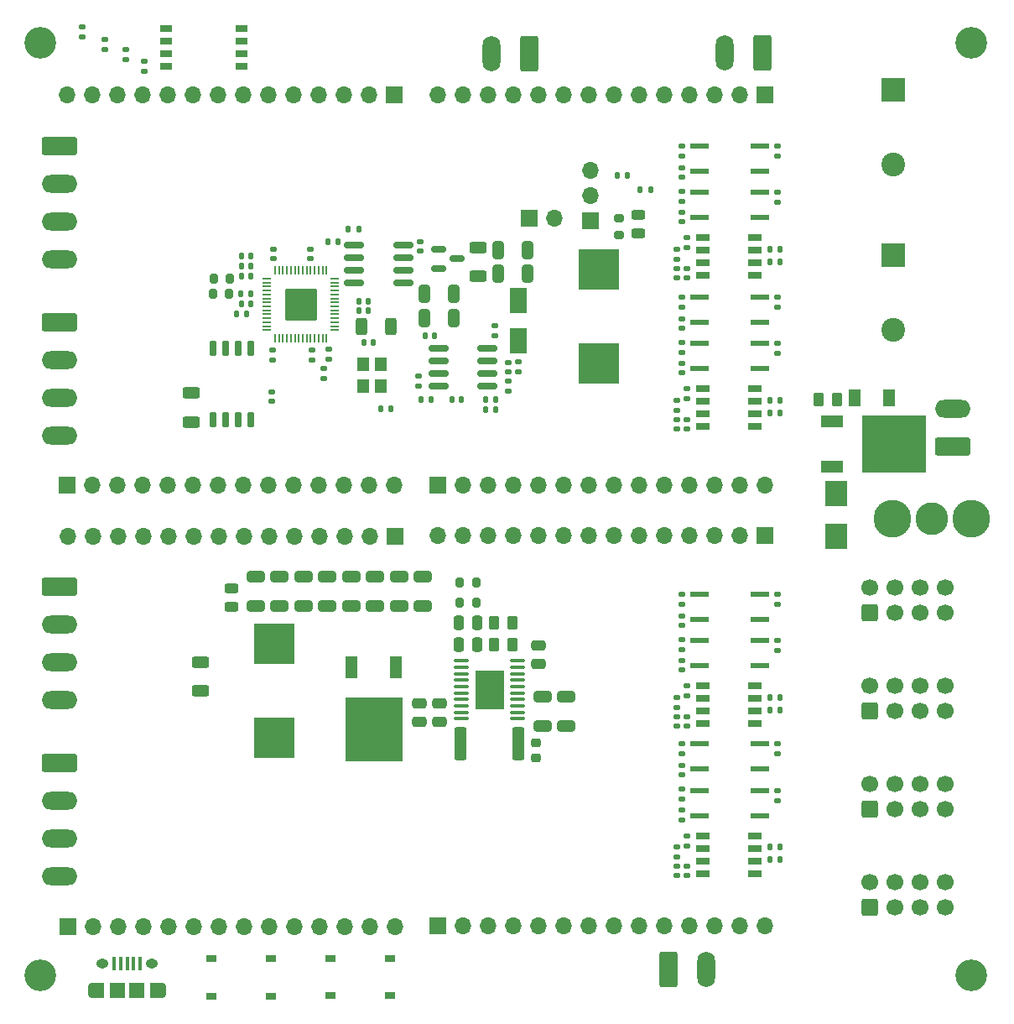
<source format=gbr>
%TF.GenerationSoftware,KiCad,Pcbnew,(6.0.4-0)*%
%TF.CreationDate,2022-09-03T22:07:04-04:00*%
%TF.ProjectId,QuarkCncQuadDriver,51756172-6b43-46e6-9351-756164447269,rev?*%
%TF.SameCoordinates,Original*%
%TF.FileFunction,Soldermask,Top*%
%TF.FilePolarity,Negative*%
%FSLAX46Y46*%
G04 Gerber Fmt 4.6, Leading zero omitted, Abs format (unit mm)*
G04 Created by KiCad (PCBNEW (6.0.4-0)) date 2022-09-03 22:07:04*
%MOMM*%
%LPD*%
G01*
G04 APERTURE LIST*
G04 Aperture macros list*
%AMRoundRect*
0 Rectangle with rounded corners*
0 $1 Rounding radius*
0 $2 $3 $4 $5 $6 $7 $8 $9 X,Y pos of 4 corners*
0 Add a 4 corners polygon primitive as box body*
4,1,4,$2,$3,$4,$5,$6,$7,$8,$9,$2,$3,0*
0 Add four circle primitives for the rounded corners*
1,1,$1+$1,$2,$3*
1,1,$1+$1,$4,$5*
1,1,$1+$1,$6,$7*
1,1,$1+$1,$8,$9*
0 Add four rect primitives between the rounded corners*
20,1,$1+$1,$2,$3,$4,$5,0*
20,1,$1+$1,$4,$5,$6,$7,0*
20,1,$1+$1,$6,$7,$8,$9,0*
20,1,$1+$1,$8,$9,$2,$3,0*%
G04 Aperture macros list end*
%ADD10R,1.000000X0.750000*%
%ADD11RoundRect,0.250000X0.262500X0.450000X-0.262500X0.450000X-0.262500X-0.450000X0.262500X-0.450000X0*%
%ADD12RoundRect,0.250000X0.650000X-0.325000X0.650000X0.325000X-0.650000X0.325000X-0.650000X-0.325000X0*%
%ADD13RoundRect,0.135000X0.135000X0.185000X-0.135000X0.185000X-0.135000X-0.185000X0.135000X-0.185000X0*%
%ADD14R,1.200000X1.400000*%
%ADD15RoundRect,0.135000X-0.185000X0.135000X-0.185000X-0.135000X0.185000X-0.135000X0.185000X0.135000X0*%
%ADD16RoundRect,0.140000X0.140000X0.170000X-0.140000X0.170000X-0.140000X-0.170000X0.140000X-0.170000X0*%
%ADD17RoundRect,0.243750X-0.456250X0.243750X-0.456250X-0.243750X0.456250X-0.243750X0.456250X0.243750X0*%
%ADD18RoundRect,0.200000X-0.200000X-0.275000X0.200000X-0.275000X0.200000X0.275000X-0.200000X0.275000X0*%
%ADD19RoundRect,0.140000X0.170000X-0.140000X0.170000X0.140000X-0.170000X0.140000X-0.170000X-0.140000X0*%
%ADD20RoundRect,0.135000X0.185000X-0.135000X0.185000X0.135000X-0.185000X0.135000X-0.185000X-0.135000X0*%
%ADD21RoundRect,0.250000X-0.262500X-0.450000X0.262500X-0.450000X0.262500X0.450000X-0.262500X0.450000X0*%
%ADD22RoundRect,0.135000X-0.135000X-0.185000X0.135000X-0.185000X0.135000X0.185000X-0.135000X0.185000X0*%
%ADD23RoundRect,0.250000X-0.312500X-0.625000X0.312500X-0.625000X0.312500X0.625000X-0.312500X0.625000X0*%
%ADD24RoundRect,0.250000X-0.325000X-0.650000X0.325000X-0.650000X0.325000X0.650000X-0.325000X0.650000X0*%
%ADD25R,1.700000X1.700000*%
%ADD26O,1.700000X1.700000*%
%ADD27R,1.800000X2.500000*%
%ADD28RoundRect,0.250000X-1.550000X0.650000X-1.550000X-0.650000X1.550000X-0.650000X1.550000X0.650000X0*%
%ADD29O,3.600000X1.800000*%
%ADD30RoundRect,0.250000X-0.650000X0.325000X-0.650000X-0.325000X0.650000X-0.325000X0.650000X0.325000X0*%
%ADD31RoundRect,0.140000X-0.170000X0.140000X-0.170000X-0.140000X0.170000X-0.140000X0.170000X0.140000X0*%
%ADD32RoundRect,0.250000X0.475000X-0.250000X0.475000X0.250000X-0.475000X0.250000X-0.475000X-0.250000X0*%
%ADD33RoundRect,0.140000X-0.140000X-0.170000X0.140000X-0.170000X0.140000X0.170000X-0.140000X0.170000X0*%
%ADD34RoundRect,0.250000X-0.650000X-1.550000X0.650000X-1.550000X0.650000X1.550000X-0.650000X1.550000X0*%
%ADD35O,1.800000X3.600000*%
%ADD36RoundRect,0.041300X0.923700X0.253700X-0.923700X0.253700X-0.923700X-0.253700X0.923700X-0.253700X0*%
%ADD37RoundRect,0.250000X0.650000X1.550000X-0.650000X1.550000X-0.650000X-1.550000X0.650000X-1.550000X0*%
%ADD38RoundRect,0.250000X0.625000X-0.312500X0.625000X0.312500X-0.625000X0.312500X-0.625000X-0.312500X0*%
%ADD39R,1.450000X0.800000*%
%ADD40RoundRect,0.150000X-0.825000X-0.150000X0.825000X-0.150000X0.825000X0.150000X-0.825000X0.150000X0*%
%ADD41RoundRect,0.050000X0.050000X-0.387500X0.050000X0.387500X-0.050000X0.387500X-0.050000X-0.387500X0*%
%ADD42RoundRect,0.050000X0.387500X-0.050000X0.387500X0.050000X-0.387500X0.050000X-0.387500X-0.050000X0*%
%ADD43RoundRect,0.144000X1.456000X-1.456000X1.456000X1.456000X-1.456000X1.456000X-1.456000X-1.456000X0*%
%ADD44C,3.200000*%
%ADD45RoundRect,0.100000X0.637500X0.100000X-0.637500X0.100000X-0.637500X-0.100000X0.637500X-0.100000X0*%
%ADD46R,2.850000X4.000000*%
%ADD47R,2.200000X1.200000*%
%ADD48R,6.400000X5.800000*%
%ADD49R,1.270000X0.762000*%
%ADD50R,5.800000X6.400000*%
%ADD51R,1.200000X2.200000*%
%ADD52C,3.300000*%
%ADD53C,3.800000*%
%ADD54RoundRect,0.250000X-0.625000X0.312500X-0.625000X-0.312500X0.625000X-0.312500X0.625000X0.312500X0*%
%ADD55RoundRect,0.225000X-0.250000X0.225000X-0.250000X-0.225000X0.250000X-0.225000X0.250000X0.225000X0*%
%ADD56R,4.100000X4.100000*%
%ADD57RoundRect,0.250000X0.600000X-0.600000X0.600000X0.600000X-0.600000X0.600000X-0.600000X-0.600000X0*%
%ADD58C,1.700000*%
%ADD59RoundRect,0.200000X-0.275000X0.200000X-0.275000X-0.200000X0.275000X-0.200000X0.275000X0.200000X0*%
%ADD60R,2.300000X2.500000*%
%ADD61R,0.400000X1.350000*%
%ADD62R,1.500000X1.550000*%
%ADD63O,1.250000X0.950000*%
%ADD64O,0.890000X1.550000*%
%ADD65R,1.200000X1.550000*%
%ADD66RoundRect,0.150000X-0.587500X-0.150000X0.587500X-0.150000X0.587500X0.150000X-0.587500X0.150000X0*%
%ADD67RoundRect,0.150000X0.150000X-0.650000X0.150000X0.650000X-0.150000X0.650000X-0.150000X-0.650000X0*%
%ADD68RoundRect,0.250000X1.550000X-0.650000X1.550000X0.650000X-1.550000X0.650000X-1.550000X-0.650000X0*%
%ADD69RoundRect,0.250000X-0.250000X-0.475000X0.250000X-0.475000X0.250000X0.475000X-0.250000X0.475000X0*%
%ADD70R,2.400000X2.400000*%
%ADD71C,2.400000*%
%ADD72R,1.300000X1.700000*%
%ADD73RoundRect,0.250000X-0.362500X-1.425000X0.362500X-1.425000X0.362500X1.425000X-0.362500X1.425000X0*%
%ADD74RoundRect,0.250000X-0.475000X0.250000X-0.475000X-0.250000X0.475000X-0.250000X0.475000X0.250000X0*%
G04 APERTURE END LIST*
D10*
%TO.C,SW2*%
X75669400Y-130170400D03*
X69669400Y-130170400D03*
X69669400Y-126420400D03*
X75669400Y-126420400D03*
%TD*%
%TO.C,SW1*%
X63655200Y-130195800D03*
X57655200Y-130195800D03*
X57655200Y-126445800D03*
X63655200Y-126445800D03*
%TD*%
D11*
%TO.C,R61*%
X120800500Y-70027800D03*
X118975500Y-70027800D03*
%TD*%
D12*
%TO.C,C50*%
X76581000Y-90883000D03*
X76581000Y-87933000D03*
%TD*%
D13*
%TO.C,R42*%
X72519000Y-52832000D03*
X71499000Y-52832000D03*
%TD*%
D14*
%TO.C,Y1*%
X73018200Y-66510800D03*
X73018200Y-68710800D03*
X74718200Y-68710800D03*
X74718200Y-66510800D03*
%TD*%
D12*
%TO.C,C56*%
X78994000Y-90883000D03*
X78994000Y-87933000D03*
%TD*%
D15*
%TO.C,R36*%
X114816000Y-44448000D03*
X114816000Y-45468000D03*
%TD*%
D16*
%TO.C,C23*%
X61671200Y-57559300D03*
X60711200Y-57559300D03*
%TD*%
D11*
%TO.C,R51*%
X88034500Y-94742000D03*
X86209500Y-94742000D03*
%TD*%
D17*
%TO.C,D1*%
X100711000Y-51386500D03*
X100711000Y-53261500D03*
%TD*%
D18*
%TO.C,R56*%
X82741000Y-90551000D03*
X84391000Y-90551000D03*
%TD*%
D19*
%TO.C,C38*%
X87614000Y-67250000D03*
X87614000Y-66290000D03*
%TD*%
D20*
%TO.C,R27*%
X105156000Y-110365000D03*
X105156000Y-109345000D03*
%TD*%
D18*
%TO.C,R44*%
X57889200Y-57813300D03*
X59539200Y-57813300D03*
%TD*%
D20*
%TO.C,R1*%
X50900000Y-36933600D03*
X50900000Y-35913600D03*
%TD*%
D19*
%TO.C,C17*%
X104648000Y-57757000D03*
X104648000Y-56797000D03*
%TD*%
D16*
%TO.C,C30*%
X61615200Y-59337300D03*
X60655200Y-59337300D03*
%TD*%
D13*
%TO.C,R25*%
X115064000Y-116459000D03*
X114044000Y-116459000D03*
%TD*%
D21*
%TO.C,R53*%
X86209500Y-92583000D03*
X88034500Y-92583000D03*
%TD*%
D19*
%TO.C,C4*%
X105664000Y-72997000D03*
X105664000Y-72037000D03*
%TD*%
D22*
%TO.C,R49*%
X85326000Y-71088000D03*
X86346000Y-71088000D03*
%TD*%
D19*
%TO.C,C12*%
X105664000Y-118082000D03*
X105664000Y-117122000D03*
%TD*%
D23*
%TO.C,R41*%
X72832500Y-62661800D03*
X75757500Y-62661800D03*
%TD*%
D16*
%TO.C,C25*%
X61643200Y-60353300D03*
X60683200Y-60353300D03*
%TD*%
D24*
%TO.C,C41*%
X86647000Y-54991000D03*
X89597000Y-54991000D03*
%TD*%
D15*
%TO.C,R8*%
X105164000Y-59688000D03*
X105164000Y-60708000D03*
%TD*%
D25*
%TO.C,U29*%
X43180000Y-123190000D03*
D26*
X45720000Y-123190000D03*
X48260000Y-123190000D03*
X50800000Y-123190000D03*
X53340000Y-123190000D03*
X55880000Y-123190000D03*
X58420000Y-123190000D03*
X60960000Y-123190000D03*
X63500000Y-123190000D03*
X66040000Y-123190000D03*
X68580000Y-123190000D03*
X71120000Y-123190000D03*
X73660000Y-123190000D03*
X76200000Y-123190000D03*
%TD*%
D27*
%TO.C,D2*%
X88630000Y-64071000D03*
X88630000Y-60071000D03*
%TD*%
D19*
%TO.C,C15*%
X105156000Y-52104000D03*
X105156000Y-51144000D03*
%TD*%
D13*
%TO.C,R10*%
X115064000Y-70104000D03*
X114044000Y-70104000D03*
%TD*%
D15*
%TO.C,R32*%
X105164000Y-44448000D03*
X105164000Y-45468000D03*
%TD*%
%TO.C,R28*%
X114816000Y-104773000D03*
X114816000Y-105793000D03*
%TD*%
D28*
%TO.C,J11*%
X42302500Y-62285000D03*
D29*
X42302500Y-66095000D03*
X42302500Y-69905000D03*
X42302500Y-73715000D03*
%TD*%
D15*
%TO.C,R14*%
X105664000Y-68959000D03*
X105664000Y-69979000D03*
%TD*%
D13*
%TO.C,R26*%
X115064000Y-115189000D03*
X114044000Y-115189000D03*
%TD*%
D30*
%TO.C,C42*%
X91059000Y-99998000D03*
X91059000Y-102948000D03*
%TD*%
D20*
%TO.C,R3*%
X46946000Y-34749200D03*
X46946000Y-33729200D03*
%TD*%
D31*
%TO.C,C27*%
X67791300Y-65072100D03*
X67791300Y-66032100D03*
%TD*%
%TO.C,C26*%
X63858200Y-65080300D03*
X63858200Y-66040300D03*
%TD*%
D24*
%TO.C,C34*%
X79154000Y-59404000D03*
X82104000Y-59404000D03*
%TD*%
D31*
%TO.C,R40*%
X63756200Y-69237281D03*
X63756200Y-70197281D03*
%TD*%
D32*
%TO.C,C44*%
X90678000Y-96708000D03*
X90678000Y-94808000D03*
%TD*%
D19*
%TO.C,C9*%
X104648000Y-102969000D03*
X104648000Y-102009000D03*
%TD*%
D33*
%TO.C,C20*%
X73053000Y-64262000D03*
X74013000Y-64262000D03*
%TD*%
D12*
%TO.C,C57*%
X62103000Y-90883000D03*
X62103000Y-87933000D03*
%TD*%
D24*
%TO.C,C40*%
X86647000Y-57372000D03*
X89597000Y-57372000D03*
%TD*%
D34*
%TO.C,J10*%
X103759000Y-127508000D03*
D35*
X107569000Y-127508000D03*
%TD*%
D31*
%TO.C,C14*%
X105164000Y-106962000D03*
X105164000Y-107922000D03*
%TD*%
D36*
%TO.C,U5*%
X113030000Y-62230000D03*
X113030000Y-59690000D03*
X106950000Y-59690000D03*
X106950000Y-62230000D03*
%TD*%
D37*
%TO.C,J4*%
X89708600Y-35139700D03*
D35*
X85898600Y-35139700D03*
%TD*%
D36*
%TO.C,U13*%
X113022000Y-112014000D03*
X113022000Y-109474000D03*
X106942000Y-109474000D03*
X106942000Y-112014000D03*
%TD*%
D19*
%TO.C,C16*%
X105664000Y-57757000D03*
X105664000Y-56797000D03*
%TD*%
%TO.C,C5*%
X104648000Y-72997000D03*
X104648000Y-72037000D03*
%TD*%
D38*
%TO.C,R59*%
X84582000Y-57596500D03*
X84582000Y-54671500D03*
%TD*%
D39*
%TO.C,U15*%
X112480000Y-117856000D03*
X112480000Y-116586000D03*
X112480000Y-115316000D03*
X112480000Y-114046000D03*
X107230000Y-114046000D03*
X107230000Y-115316000D03*
X107230000Y-116586000D03*
X107230000Y-117856000D03*
%TD*%
D13*
%TO.C,R33*%
X115064000Y-56134000D03*
X114044000Y-56134000D03*
%TD*%
D31*
%TO.C,C37*%
X87614000Y-68195000D03*
X87614000Y-69155000D03*
%TD*%
D20*
%TO.C,R35*%
X105156000Y-50040000D03*
X105156000Y-49020000D03*
%TD*%
D40*
%TO.C,U24*%
X80567000Y-64865000D03*
X80567000Y-66135000D03*
X80567000Y-67405000D03*
X80567000Y-68675000D03*
X85517000Y-68675000D03*
X85517000Y-67405000D03*
X85517000Y-66135000D03*
X85517000Y-64865000D03*
%TD*%
D19*
%TO.C,C39*%
X86233000Y-63571000D03*
X86233000Y-62611000D03*
%TD*%
%TO.C,C13*%
X104648000Y-118082000D03*
X104648000Y-117122000D03*
%TD*%
D25*
%TO.C,U9*%
X76095000Y-39345000D03*
D26*
X73555000Y-39345000D03*
X71015000Y-39345000D03*
X68475000Y-39345000D03*
X65935000Y-39345000D03*
X63395000Y-39345000D03*
X60855000Y-39345000D03*
X58315000Y-39345000D03*
X55775000Y-39345000D03*
X53235000Y-39345000D03*
X50695000Y-39345000D03*
X48155000Y-39345000D03*
X45615000Y-39345000D03*
X43075000Y-39345000D03*
%TD*%
D36*
%TO.C,U11*%
X113030000Y-92202000D03*
X113030000Y-89662000D03*
X106950000Y-89662000D03*
X106950000Y-92202000D03*
%TD*%
%TO.C,U10*%
X113022000Y-96901000D03*
X113022000Y-94361000D03*
X106942000Y-94361000D03*
X106942000Y-96901000D03*
%TD*%
D13*
%TO.C,R18*%
X115064000Y-100076000D03*
X114044000Y-100076000D03*
%TD*%
D16*
%TO.C,C28*%
X61671200Y-55527300D03*
X60711200Y-55527300D03*
%TD*%
D12*
%TO.C,C55*%
X71755000Y-90883000D03*
X71755000Y-87933000D03*
%TD*%
D41*
%TO.C,U23*%
X64082200Y-63874800D03*
X64482200Y-63874800D03*
X64882200Y-63874800D03*
X65282200Y-63874800D03*
X65682200Y-63874800D03*
X66082200Y-63874800D03*
X66482200Y-63874800D03*
X66882200Y-63874800D03*
X67282200Y-63874800D03*
X67682200Y-63874800D03*
X68082200Y-63874800D03*
X68482200Y-63874800D03*
X68882200Y-63874800D03*
X69282200Y-63874800D03*
D42*
X70119700Y-63037300D03*
X70119700Y-62637300D03*
X70119700Y-62237300D03*
X70119700Y-61837300D03*
X70119700Y-61437300D03*
X70119700Y-61037300D03*
X70119700Y-60637300D03*
X70119700Y-60237300D03*
X70119700Y-59837300D03*
X70119700Y-59437300D03*
X70119700Y-59037300D03*
X70119700Y-58637300D03*
X70119700Y-58237300D03*
X70119700Y-57837300D03*
D41*
X69282200Y-56999800D03*
X68882200Y-56999800D03*
X68482200Y-56999800D03*
X68082200Y-56999800D03*
X67682200Y-56999800D03*
X67282200Y-56999800D03*
X66882200Y-56999800D03*
X66482200Y-56999800D03*
X66082200Y-56999800D03*
X65682200Y-56999800D03*
X65282200Y-56999800D03*
X64882200Y-56999800D03*
X64482200Y-56999800D03*
X64082200Y-56999800D03*
D42*
X63244700Y-57837300D03*
X63244700Y-58237300D03*
X63244700Y-58637300D03*
X63244700Y-59037300D03*
X63244700Y-59437300D03*
X63244700Y-59837300D03*
X63244700Y-60237300D03*
X63244700Y-60637300D03*
X63244700Y-61037300D03*
X63244700Y-61437300D03*
X63244700Y-61837300D03*
X63244700Y-62237300D03*
X63244700Y-62637300D03*
X63244700Y-63037300D03*
D43*
X66682200Y-60437300D03*
%TD*%
D12*
%TO.C,C51*%
X74168000Y-90883000D03*
X74168000Y-87933000D03*
%TD*%
D44*
%TO.C,H3*%
X134360000Y-128090000D03*
%TD*%
D45*
%TO.C,U25*%
X88587500Y-102239000D03*
X88587500Y-101589000D03*
X88587500Y-100939000D03*
X88587500Y-100289000D03*
X88587500Y-99639000D03*
X88587500Y-98989000D03*
X88587500Y-98339000D03*
X88587500Y-97689000D03*
X88587500Y-97039000D03*
X88587500Y-96389000D03*
X82862500Y-96389000D03*
X82862500Y-97039000D03*
X82862500Y-97689000D03*
X82862500Y-98339000D03*
X82862500Y-98989000D03*
X82862500Y-99639000D03*
X82862500Y-100289000D03*
X82862500Y-100939000D03*
X82862500Y-101589000D03*
X82862500Y-102239000D03*
D46*
X85725000Y-99314000D03*
%TD*%
D36*
%TO.C,U16*%
X113022000Y-51689000D03*
X113022000Y-49149000D03*
X106942000Y-49149000D03*
X106942000Y-51689000D03*
%TD*%
D31*
%TO.C,C10*%
X105164000Y-91849000D03*
X105164000Y-92809000D03*
%TD*%
D24*
%TO.C,C33*%
X79154000Y-61817000D03*
X82104000Y-61817000D03*
%TD*%
D15*
%TO.C,R30*%
X105664000Y-114044000D03*
X105664000Y-115064000D03*
%TD*%
D16*
%TO.C,C19*%
X75738200Y-70993000D03*
X74778200Y-70993000D03*
%TD*%
D22*
%TO.C,R57*%
X69390800Y-54102000D03*
X70410800Y-54102000D03*
%TD*%
D33*
%TO.C,C24*%
X72545000Y-60096400D03*
X73505000Y-60096400D03*
%TD*%
D38*
%TO.C,R39*%
X55651400Y-72303100D03*
X55651400Y-69378100D03*
%TD*%
D40*
%TO.C,U26*%
X72074000Y-54483000D03*
X72074000Y-55753000D03*
X72074000Y-57023000D03*
X72074000Y-58293000D03*
X77024000Y-58293000D03*
X77024000Y-57023000D03*
X77024000Y-55753000D03*
X77024000Y-54483000D03*
%TD*%
D20*
%TO.C,R4*%
X69011800Y-67947000D03*
X69011800Y-66927000D03*
%TD*%
D47*
%TO.C,Q1*%
X120310800Y-72243600D03*
D48*
X126610800Y-74523600D03*
D47*
X120310800Y-76803600D03*
%TD*%
D49*
%TO.C,SW3*%
X53090000Y-32595000D03*
X53090000Y-33865000D03*
X53090000Y-35135000D03*
X53090000Y-36405000D03*
X60710000Y-36405000D03*
X60710000Y-35135000D03*
X60710000Y-33865000D03*
X60710000Y-32595000D03*
%TD*%
D50*
%TO.C,D4*%
X74041000Y-103319000D03*
D51*
X71761000Y-97019000D03*
X76321000Y-97019000D03*
%TD*%
D39*
%TO.C,U12*%
X112480000Y-102743000D03*
X112480000Y-101473000D03*
X112480000Y-100203000D03*
X112480000Y-98933000D03*
X107230000Y-98933000D03*
X107230000Y-100203000D03*
X107230000Y-101473000D03*
X107230000Y-102743000D03*
%TD*%
D20*
%TO.C,R2*%
X49003400Y-35790600D03*
X49003400Y-34770600D03*
%TD*%
D52*
%TO.C,F1*%
X130378200Y-82061400D03*
D53*
X134378200Y-82061400D03*
X126378200Y-82061400D03*
%TD*%
D20*
%TO.C,R11*%
X105156000Y-65280000D03*
X105156000Y-64260000D03*
%TD*%
D33*
%TO.C,C35*%
X79260000Y-63595000D03*
X80220000Y-63595000D03*
%TD*%
D16*
%TO.C,C31*%
X61671200Y-56543300D03*
X60711200Y-56543300D03*
%TD*%
D19*
%TO.C,C58*%
X78740000Y-55062000D03*
X78740000Y-54102000D03*
%TD*%
D13*
%TO.C,R34*%
X115064000Y-54864000D03*
X114044000Y-54864000D03*
%TD*%
D12*
%TO.C,C54*%
X69342000Y-90883000D03*
X69342000Y-87933000D03*
%TD*%
D15*
%TO.C,R48*%
X88630000Y-66260000D03*
X88630000Y-67280000D03*
%TD*%
D20*
%TO.C,R23*%
X114808000Y-110492000D03*
X114808000Y-109472000D03*
%TD*%
D15*
%TO.C,R20*%
X114816000Y-89660000D03*
X114816000Y-90680000D03*
%TD*%
%TO.C,R38*%
X105664000Y-53719000D03*
X105664000Y-54739000D03*
%TD*%
D36*
%TO.C,U4*%
X113022000Y-66929000D03*
X113022000Y-64389000D03*
X106942000Y-64389000D03*
X106942000Y-66929000D03*
%TD*%
D12*
%TO.C,C53*%
X66929000Y-90883000D03*
X66929000Y-87933000D03*
%TD*%
D19*
%TO.C,C3*%
X105156000Y-67344000D03*
X105156000Y-66384000D03*
%TD*%
D28*
%TO.C,Je1*%
X42302500Y-44505000D03*
D29*
X42302500Y-48315000D03*
X42302500Y-52125000D03*
X42302500Y-55935000D03*
%TD*%
D20*
%TO.C,R19*%
X105156000Y-95252000D03*
X105156000Y-94232000D03*
%TD*%
D25*
%TO.C,J2*%
X95935800Y-51968400D03*
D26*
X95935800Y-49428400D03*
X95935800Y-46888400D03*
%TD*%
D19*
%TO.C,C8*%
X105664000Y-102969000D03*
X105664000Y-102009000D03*
%TD*%
%TO.C,C11*%
X105156000Y-112429000D03*
X105156000Y-111469000D03*
%TD*%
D54*
%TO.C,R52*%
X56515000Y-96516000D03*
X56515000Y-99441000D03*
%TD*%
D13*
%TO.C,R60*%
X101983000Y-48895000D03*
X100963000Y-48895000D03*
%TD*%
D20*
%TO.C,R21*%
X104648000Y-101094000D03*
X104648000Y-100074000D03*
%TD*%
D15*
%TO.C,R12*%
X114816000Y-59688000D03*
X114816000Y-60708000D03*
%TD*%
D25*
%TO.C,U19*%
X113550000Y-83795000D03*
D26*
X111010000Y-83795000D03*
X108470000Y-83795000D03*
X105930000Y-83795000D03*
X103390000Y-83795000D03*
X100850000Y-83795000D03*
X98310000Y-83795000D03*
X95770000Y-83795000D03*
X93230000Y-83795000D03*
X90690000Y-83795000D03*
X88150000Y-83795000D03*
X85610000Y-83795000D03*
X83070000Y-83795000D03*
X80530000Y-83795000D03*
%TD*%
D15*
%TO.C,R24*%
X105164000Y-104773000D03*
X105164000Y-105793000D03*
%TD*%
D33*
%TO.C,C36*%
X81927000Y-70072000D03*
X82887000Y-70072000D03*
%TD*%
D55*
%TO.C,C46*%
X90424000Y-104635000D03*
X90424000Y-106185000D03*
%TD*%
D20*
%TO.C,R31*%
X114808000Y-50167000D03*
X114808000Y-49147000D03*
%TD*%
D56*
%TO.C,L1*%
X96758000Y-66440000D03*
X96758000Y-56940000D03*
%TD*%
D25*
%TO.C,U27*%
X76200000Y-83820000D03*
D26*
X73660000Y-83820000D03*
X71120000Y-83820000D03*
X68580000Y-83820000D03*
X66040000Y-83820000D03*
X63500000Y-83820000D03*
X60960000Y-83820000D03*
X58420000Y-83820000D03*
X55880000Y-83820000D03*
X53340000Y-83820000D03*
X50800000Y-83820000D03*
X48260000Y-83820000D03*
X45720000Y-83820000D03*
X43180000Y-83820000D03*
%TD*%
D22*
%TO.C,R47*%
X78851000Y-70072000D03*
X79871000Y-70072000D03*
%TD*%
D30*
%TO.C,C43*%
X93472000Y-99998000D03*
X93472000Y-102948000D03*
%TD*%
D20*
%TO.C,R15*%
X114808000Y-95379000D03*
X114808000Y-94359000D03*
%TD*%
D16*
%TO.C,C22*%
X61188200Y-61369300D03*
X60228200Y-61369300D03*
%TD*%
D36*
%TO.C,U14*%
X113030000Y-107315000D03*
X113030000Y-104775000D03*
X106950000Y-104775000D03*
X106950000Y-107315000D03*
%TD*%
D25*
%TO.C,J14*%
X89733200Y-51765200D03*
D26*
X92273200Y-51765200D03*
%TD*%
D20*
%TO.C,R7*%
X114808000Y-65407000D03*
X114808000Y-64387000D03*
%TD*%
D12*
%TO.C,C52*%
X64516000Y-90883000D03*
X64516000Y-87933000D03*
%TD*%
D57*
%TO.C,J9*%
X124101000Y-121275500D03*
D58*
X124101000Y-118735500D03*
X126641000Y-121275500D03*
X126641000Y-118735500D03*
X129181000Y-121275500D03*
X129181000Y-118735500D03*
X131721000Y-121275500D03*
X131721000Y-118735500D03*
%TD*%
D15*
%TO.C,R16*%
X105164000Y-89660000D03*
X105164000Y-90680000D03*
%TD*%
D20*
%TO.C,R29*%
X104648000Y-116207000D03*
X104648000Y-115187000D03*
%TD*%
D44*
%TO.C,H1*%
X134360000Y-34090000D03*
%TD*%
D56*
%TO.C,L2*%
X64014000Y-104182000D03*
X64014000Y-94682000D03*
%TD*%
D59*
%TO.C,R45*%
X98806000Y-51753000D03*
X98806000Y-53403000D03*
%TD*%
D20*
%TO.C,R13*%
X104648000Y-71122000D03*
X104648000Y-70102000D03*
%TD*%
D25*
%TO.C,U7*%
X43075000Y-78715000D03*
D26*
X45615000Y-78715000D03*
X48155000Y-78715000D03*
X50695000Y-78715000D03*
X53235000Y-78715000D03*
X55775000Y-78715000D03*
X58315000Y-78715000D03*
X60855000Y-78715000D03*
X63395000Y-78715000D03*
X65935000Y-78715000D03*
X68475000Y-78715000D03*
X71015000Y-78715000D03*
X73555000Y-78715000D03*
X76095000Y-78715000D03*
%TD*%
D25*
%TO.C,U1*%
X80550000Y-78690000D03*
D26*
X83090000Y-78690000D03*
X85630000Y-78690000D03*
X88170000Y-78690000D03*
X90710000Y-78690000D03*
X93250000Y-78690000D03*
X95790000Y-78690000D03*
X98330000Y-78690000D03*
X100870000Y-78690000D03*
X103410000Y-78690000D03*
X105950000Y-78690000D03*
X108490000Y-78690000D03*
X111030000Y-78690000D03*
X113570000Y-78690000D03*
%TD*%
D18*
%TO.C,R43*%
X57826200Y-59337300D03*
X59476200Y-59337300D03*
%TD*%
D39*
%TO.C,U6*%
X112480000Y-72771000D03*
X112480000Y-71501000D03*
X112480000Y-70231000D03*
X112480000Y-68961000D03*
X107230000Y-68961000D03*
X107230000Y-70231000D03*
X107230000Y-71501000D03*
X107230000Y-72771000D03*
%TD*%
D15*
%TO.C,R22*%
X105664000Y-98931000D03*
X105664000Y-99951000D03*
%TD*%
D32*
%TO.C,C48*%
X80645000Y-102550000D03*
X80645000Y-100650000D03*
%TD*%
D31*
%TO.C,C6*%
X105164000Y-61877000D03*
X105164000Y-62837000D03*
%TD*%
D57*
%TO.C,J8*%
X124101000Y-111369500D03*
D58*
X124101000Y-108829500D03*
X126641000Y-111369500D03*
X126641000Y-108829500D03*
X129181000Y-111369500D03*
X129181000Y-108829500D03*
X131721000Y-111369500D03*
X131721000Y-108829500D03*
%TD*%
D39*
%TO.C,U18*%
X112480000Y-57531000D03*
X112480000Y-56261000D03*
X112480000Y-54991000D03*
X112480000Y-53721000D03*
X107230000Y-53721000D03*
X107230000Y-54991000D03*
X107230000Y-56261000D03*
X107230000Y-57531000D03*
%TD*%
D60*
%TO.C,D7*%
X120751600Y-83836400D03*
X120751600Y-79536400D03*
%TD*%
D61*
%TO.C,J3*%
X47849000Y-126947000D03*
X48499000Y-126947000D03*
X49149000Y-126947000D03*
X49799000Y-126947000D03*
X50449000Y-126947000D03*
D62*
X50149000Y-129647000D03*
X48149000Y-129647000D03*
D63*
X51649000Y-126947000D03*
D64*
X52649000Y-129647000D03*
X45649000Y-129647000D03*
D65*
X46249000Y-129647000D03*
D63*
X46649000Y-126947000D03*
D65*
X52049000Y-129647000D03*
%TD*%
D66*
%TO.C,D5*%
X80571100Y-54904600D03*
X80571100Y-56804600D03*
X82446100Y-55854600D03*
%TD*%
D33*
%TO.C,C32*%
X72547600Y-61036200D03*
X73507600Y-61036200D03*
%TD*%
D19*
%TO.C,C7*%
X105156000Y-97316000D03*
X105156000Y-96356000D03*
%TD*%
D17*
%TO.C,D3*%
X59690000Y-89105500D03*
X59690000Y-90980500D03*
%TD*%
D19*
%TO.C,C21*%
X63883200Y-55852000D03*
X63883200Y-54892000D03*
%TD*%
D18*
%TO.C,R55*%
X82741000Y-88519000D03*
X84391000Y-88519000D03*
%TD*%
D13*
%TO.C,R50*%
X86346000Y-70072000D03*
X85326000Y-70072000D03*
%TD*%
D28*
%TO.C,J13*%
X42302500Y-106735000D03*
D29*
X42302500Y-110545000D03*
X42302500Y-114355000D03*
X42302500Y-118165000D03*
%TD*%
D67*
%TO.C,U22*%
X57787200Y-72047281D03*
X59057200Y-72047281D03*
X60327200Y-72047281D03*
X61597200Y-72047281D03*
X61597200Y-64847281D03*
X60327200Y-64847281D03*
X59057200Y-64847281D03*
X57787200Y-64847281D03*
%TD*%
D28*
%TO.C,J12*%
X42302500Y-88955000D03*
D29*
X42302500Y-92765000D03*
X42302500Y-96575000D03*
X42302500Y-100385000D03*
%TD*%
D13*
%TO.C,R9*%
X115064000Y-71374000D03*
X114044000Y-71374000D03*
%TD*%
D68*
%TO.C,J1*%
X132537200Y-74777600D03*
D29*
X132537200Y-70967600D03*
%TD*%
D19*
%TO.C,C29*%
X67668200Y-55852300D03*
X67668200Y-54892300D03*
%TD*%
D44*
%TO.C,H2*%
X40360000Y-34090000D03*
%TD*%
D37*
%TO.C,J5*%
X113254400Y-35063500D03*
D35*
X109444400Y-35063500D03*
%TD*%
D69*
%TO.C,C47*%
X82616000Y-92583000D03*
X84516000Y-92583000D03*
%TD*%
D57*
%TO.C,J6*%
X124079000Y-91557500D03*
D58*
X124079000Y-89017500D03*
X126619000Y-91557500D03*
X126619000Y-89017500D03*
X129159000Y-91557500D03*
X129159000Y-89017500D03*
X131699000Y-91557500D03*
X131699000Y-89017500D03*
%TD*%
D13*
%TO.C,R17*%
X115064000Y-101346000D03*
X114044000Y-101346000D03*
%TD*%
D70*
%TO.C,C1*%
X126492000Y-55473600D03*
D71*
X126492000Y-62973600D03*
%TD*%
D20*
%TO.C,R6*%
X44660000Y-33504600D03*
X44660000Y-32484600D03*
%TD*%
D44*
%TO.C,H4*%
X40360000Y-128090000D03*
%TD*%
D31*
%TO.C,C18*%
X105164000Y-46637000D03*
X105164000Y-47597000D03*
%TD*%
D13*
%TO.C,R58*%
X99646200Y-47447200D03*
X98626200Y-47447200D03*
%TD*%
D15*
%TO.C,R46*%
X78597000Y-67657000D03*
X78597000Y-68677000D03*
%TD*%
D20*
%TO.C,R5*%
X69519800Y-66016600D03*
X69519800Y-64996600D03*
%TD*%
%TO.C,R37*%
X104648000Y-55882000D03*
X104648000Y-54862000D03*
%TD*%
D70*
%TO.C,C2*%
X126492000Y-38803646D03*
D71*
X126492000Y-46303646D03*
%TD*%
D57*
%TO.C,J7*%
X124079000Y-101463500D03*
D58*
X124079000Y-98923500D03*
X126619000Y-101463500D03*
X126619000Y-98923500D03*
X129159000Y-101463500D03*
X129159000Y-98923500D03*
X131699000Y-101463500D03*
X131699000Y-98923500D03*
%TD*%
D72*
%TO.C,D6*%
X126085600Y-69847400D03*
X122585600Y-69847400D03*
%TD*%
D25*
%TO.C,U21*%
X80530000Y-123165000D03*
D26*
X83070000Y-123165000D03*
X85610000Y-123165000D03*
X88150000Y-123165000D03*
X90690000Y-123165000D03*
X93230000Y-123165000D03*
X95770000Y-123165000D03*
X98310000Y-123165000D03*
X100850000Y-123165000D03*
X103390000Y-123165000D03*
X105930000Y-123165000D03*
X108470000Y-123165000D03*
X111010000Y-123165000D03*
X113550000Y-123165000D03*
%TD*%
D25*
%TO.C,U3*%
X113570000Y-39320000D03*
D26*
X111030000Y-39320000D03*
X108490000Y-39320000D03*
X105950000Y-39320000D03*
X103410000Y-39320000D03*
X100870000Y-39320000D03*
X98330000Y-39320000D03*
X95790000Y-39320000D03*
X93250000Y-39320000D03*
X90710000Y-39320000D03*
X88170000Y-39320000D03*
X85630000Y-39320000D03*
X83090000Y-39320000D03*
X80550000Y-39320000D03*
%TD*%
D36*
%TO.C,U17*%
X113030000Y-46990000D03*
X113030000Y-44450000D03*
X106950000Y-44450000D03*
X106950000Y-46990000D03*
%TD*%
D69*
%TO.C,C45*%
X82616000Y-94742000D03*
X84516000Y-94742000D03*
%TD*%
D73*
%TO.C,R54*%
X82762500Y-104775000D03*
X88687500Y-104775000D03*
%TD*%
D74*
%TO.C,C49*%
X78613000Y-100650000D03*
X78613000Y-102550000D03*
%TD*%
M02*

</source>
